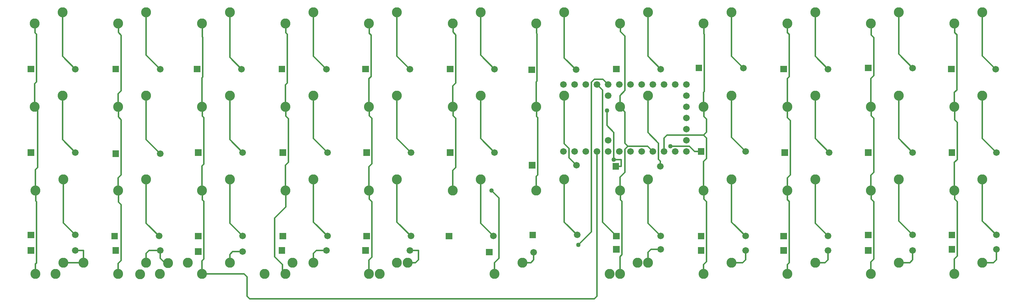
<source format=gbr>
G04 DipTrace 2.4.0.2*
%INBottom.gbr*%
%MOIN*%
%ADD14C,0.013*%
%ADD15C,0.089*%
%ADD16C,0.0591*%
%ADD17C,0.0591*%
%ADD18C,0.04*%
%FSLAX44Y44*%
G04*
G70*
G90*
G75*
G01*
%LNBottom*%
%LPD*%
X16425Y26047D2*
D14*
X15173Y27299D1*
Y31134D1*
X8847Y26047D2*
X7693Y27200D1*
Y31134D1*
X8847Y18566D2*
X7693Y19720D1*
Y23654D1*
X8847Y11184D2*
X7776Y12255D1*
Y16173D1*
Y8693D2*
X9563D1*
Y9806D1*
X8847D1*
X17126Y8661D2*
D3*
X16425Y9806D2*
X15433D1*
X15173Y9547D1*
Y8693D1*
X17126Y8661D2*
X16870D1*
X16425Y9106D1*
Y9806D1*
X16327Y11086D2*
X15173Y12240D1*
Y16173D1*
X16425Y18468D2*
X15173Y19720D1*
Y23654D1*
X23807Y18566D2*
X22654Y19720D1*
Y23654D1*
X23709Y26047D2*
X22654Y27102D1*
Y31134D1*
X23807Y11086D2*
X22654Y12240D1*
Y16173D1*
Y8693D2*
Y9448D1*
X22913Y9708D1*
X23807D1*
X30134Y8693D2*
Y9547D1*
X30394Y9806D1*
X31288D1*
X31386Y11086D2*
X30134Y12338D1*
Y16173D1*
X31386Y18566D2*
X30134Y19818D1*
Y23654D1*
X31288Y26047D2*
X30134Y27200D1*
Y31134D1*
X38768Y26047D2*
X37614Y27200D1*
Y31134D1*
X38866Y18566D2*
X37614Y19818D1*
Y23654D1*
X38866Y11086D2*
X37614Y12338D1*
Y16173D1*
X38549Y8693D2*
X39258D1*
X39518Y8953D1*
Y9806D1*
X38768D1*
X46347Y26047D2*
X45094Y27299D1*
Y31134D1*
X46347Y18566D2*
X45094Y19818D1*
Y23654D1*
X46248Y11086D2*
X45094Y12240D1*
Y16173D1*
X49843Y9646D2*
Y8953D1*
X49583Y8693D1*
X48835D1*
X53729Y11184D2*
X52575Y12338D1*
Y16173D1*
X53632Y25984D2*
X52575Y27041D1*
Y31134D1*
X53681Y17421D2*
X53000Y18102D1*
Y18929D1*
X52575Y19354D1*
Y23654D1*
X61209Y26047D2*
X60055Y27200D1*
Y31134D1*
X61161Y17323D2*
Y17813D1*
X61000Y17974D1*
Y19409D1*
X60055Y20354D1*
Y23654D1*
X61209Y11086D2*
X60055Y12240D1*
Y16173D1*
Y8693D2*
Y9645D1*
X60315Y9905D1*
X61209D1*
X68788Y9806D2*
Y8953D1*
X68528Y8693D1*
X67535D1*
X68788Y11086D2*
X67535Y12338D1*
Y16173D1*
X68788Y18665D2*
X67535Y19917D1*
Y23654D1*
X68591Y26145D2*
X67535Y27200D1*
Y31134D1*
X76170Y26047D2*
X75016Y27200D1*
Y31134D1*
X76268Y18566D2*
X75016Y19818D1*
Y23654D1*
X76170Y11086D2*
X75016Y12240D1*
Y16173D1*
X76170Y9806D2*
Y8953D1*
X75910Y8693D1*
X75016D1*
X83748Y9806D2*
Y8953D1*
X83488Y8693D1*
X82496D1*
X83748Y11184D2*
X82496Y12437D1*
Y16173D1*
X83748Y18566D2*
X82496Y19818D1*
Y23654D1*
X83748Y26145D2*
X82496Y27397D1*
Y31134D1*
X91170Y26047D2*
X89976Y27240D1*
Y31134D1*
X91229Y18566D2*
X89976Y19818D1*
Y23654D1*
X91229Y11184D2*
X89976Y12437D1*
Y16173D1*
X91229Y9905D2*
Y8953D1*
X90969Y8693D1*
X89976D1*
X64811Y18665D2*
X64239D1*
X63761Y19142D1*
X62068D1*
X56395Y22318D2*
Y20983D1*
X57000Y20378D1*
Y17948D1*
X57675D1*
Y17323D1*
X57185D1*
X57233Y11086D2*
X56000Y12318D1*
Y24161D1*
X55510Y24652D1*
X53844Y10300D2*
X55000Y11456D1*
Y24882D1*
X55260Y25142D1*
X56020D1*
X56510Y24652D1*
X5193Y30134D2*
D3*
X5276Y15173D2*
X5305Y15143D1*
Y14221D1*
X5361Y14166D1*
Y8677D1*
X5276Y8592D1*
Y7693D1*
Y15173D2*
D3*
X5193Y22654D2*
X5462Y22385D1*
Y17234D1*
X5276Y17048D1*
Y15173D1*
X5193Y22654D2*
D3*
Y30134D2*
X5223Y30104D1*
Y29303D1*
X5361Y29165D1*
Y24889D1*
X5193Y24721D1*
Y22654D1*
X12673Y30134D2*
D3*
Y15173D2*
X12703Y15143D1*
Y14146D1*
X12939Y13910D1*
Y8892D1*
X12673Y8626D1*
Y7693D1*
Y15173D2*
D3*
Y22654D2*
X12703Y22624D1*
Y21752D1*
X12939Y21516D1*
Y16561D1*
X12673Y16295D1*
Y15173D1*
Y22654D2*
D3*
Y30134D2*
X12703Y30104D1*
Y29319D1*
X12939Y29082D1*
Y24102D1*
X12673Y23836D1*
Y22654D1*
X20154Y30134D2*
D3*
Y7693D2*
X23924D1*
X24183Y7433D1*
Y5713D1*
X24443Y5453D1*
X55250D1*
X55510Y5713D1*
Y18652D1*
X20154Y15173D2*
X20183Y15143D1*
Y14342D1*
X20321Y14205D1*
Y9042D1*
X20154Y8874D1*
Y7693D1*
Y15173D2*
D3*
Y22654D2*
X20183Y22624D1*
Y21823D1*
X20321Y21685D1*
Y17548D1*
X20154Y17380D1*
Y15173D1*
Y22654D2*
D3*
Y30134D2*
X20183Y30104D1*
Y28927D1*
X20223Y28887D1*
Y25331D1*
X20154Y25262D1*
Y22654D1*
X27634Y30134D2*
D3*
Y7693D2*
D3*
Y15173D2*
X27664Y15143D1*
Y13691D1*
X26669Y12696D1*
Y9239D1*
X27365Y8543D1*
Y7962D1*
X27634Y7693D1*
Y15173D2*
D3*
Y22654D2*
X27664Y22624D1*
Y21831D1*
X27900Y21595D1*
Y17693D1*
X27634Y17427D1*
Y15173D1*
Y22654D2*
D3*
Y30134D2*
X27664Y30104D1*
Y29303D1*
X27801Y29165D1*
Y24815D1*
X27634Y24647D1*
Y22654D1*
X35114Y30134D2*
D3*
Y15173D2*
X35144Y15143D1*
Y14392D1*
X35380Y14155D1*
Y9189D1*
X35114Y8923D1*
Y7693D1*
Y15173D2*
D3*
Y22654D2*
X35144Y22624D1*
Y21872D1*
X35380Y21636D1*
Y17554D1*
X35114Y17288D1*
Y15173D1*
Y22654D2*
D3*
Y30134D2*
X35144Y30104D1*
Y29238D1*
X35282Y29100D1*
Y25380D1*
X35114Y25213D1*
Y22654D1*
X46076Y15173D2*
X46738Y14511D1*
Y9098D1*
X46335Y8694D1*
Y7693D1*
X42594Y30134D2*
D3*
Y22654D2*
X42624Y22624D1*
Y21872D1*
X42861Y21636D1*
Y17222D1*
X42594Y16956D1*
Y15173D1*
Y22654D2*
D3*
Y30134D2*
X42624Y30104D1*
Y29352D1*
X42861Y29116D1*
Y24790D1*
X42594Y24524D1*
Y22654D1*
X50075Y15173D2*
Y16433D1*
X50195Y16553D1*
Y21709D1*
X50105Y21799D1*
Y22624D1*
X50075Y22654D1*
Y30134D2*
D3*
Y22654D2*
Y24905D1*
X50146Y24975D1*
Y29214D1*
X50105Y29255D1*
Y30104D1*
X50075Y30134D1*
Y22654D2*
D3*
X57555Y7693D2*
Y9249D1*
X57723Y9417D1*
Y14205D1*
X57585Y14342D1*
Y15143D1*
X57555Y15173D1*
Y16350D1*
X58000Y16795D1*
Y18882D1*
X58260Y19142D1*
X58000Y19402D1*
Y22209D1*
X57555Y22654D1*
Y30134D2*
D3*
Y22654D2*
Y23679D1*
X58000Y24124D1*
Y28987D1*
X57585Y29402D1*
Y30104D1*
X57555Y30134D1*
X58260Y19142D2*
X60020D1*
X60510Y18652D1*
X57555Y15173D2*
D3*
X65035Y30134D2*
D3*
Y7693D2*
Y8530D1*
X65301Y8796D1*
Y14155D1*
X65065Y14392D1*
Y15143D1*
X65035Y15173D1*
Y22654D2*
X65065Y22624D1*
Y21813D1*
X65301Y21576D1*
Y20402D1*
X65042Y20142D1*
X61770D1*
X61510Y19882D1*
Y18652D1*
X65035Y22654D2*
D3*
Y30134D2*
X65065Y30104D1*
Y29210D1*
X65105Y29170D1*
Y24027D1*
X65035Y23958D1*
Y22654D1*
Y15173D2*
Y17782D1*
X65301Y18048D1*
Y19882D1*
X65042Y20142D1*
X65035Y15173D2*
D3*
X72516Y30134D2*
D3*
Y15173D2*
X72546Y15143D1*
Y14342D1*
X72683Y14204D1*
Y8689D1*
X72516Y8522D1*
Y7693D1*
Y15173D2*
D3*
Y22654D2*
X72546Y22624D1*
Y21684D1*
X72782Y21448D1*
Y16579D1*
X72516Y16313D1*
Y15173D1*
Y22654D2*
D3*
Y30134D2*
X72546Y30104D1*
Y29303D1*
X72683Y29165D1*
Y25380D1*
X72516Y25213D1*
Y22654D1*
X79996Y30134D2*
D3*
Y15173D2*
X80026Y15143D1*
Y14392D1*
X80262Y14155D1*
Y9047D1*
X79996Y8781D1*
Y7693D1*
Y15173D2*
D3*
Y22654D2*
X80026Y22624D1*
Y21872D1*
X80262Y21636D1*
Y16793D1*
X79996Y16527D1*
Y15173D1*
Y22654D2*
D3*
Y30134D2*
X80026Y30104D1*
Y29115D1*
X80262Y28879D1*
Y25464D1*
X79996Y25198D1*
Y22654D1*
X87476Y30134D2*
D3*
Y15173D2*
X87506Y15143D1*
Y14392D1*
X87742Y14155D1*
Y9288D1*
X87476Y9022D1*
Y7693D1*
Y15173D2*
D3*
Y22654D2*
X87506Y22624D1*
Y21516D1*
X87742Y21279D1*
Y17949D1*
X87476Y17683D1*
Y15173D1*
Y22654D2*
D3*
Y30134D2*
X87506Y30104D1*
Y29300D1*
X87683Y29123D1*
Y24181D1*
X87476Y23974D1*
Y22654D1*
D18*
X62068Y19142D3*
X56395Y22318D3*
X57000Y17948D3*
X53844Y10300D3*
X46076Y15173D3*
D15*
X7693Y31134D3*
X5193Y30134D3*
X15173Y31134D3*
X12673Y30134D3*
X22654Y31134D3*
X20154Y30134D3*
X30134Y31134D3*
X27634Y30134D3*
X37614Y31134D3*
X35114Y30134D3*
X45094Y31134D3*
X42594Y30134D3*
X52575Y31134D3*
X50075Y30134D3*
X60055Y31134D3*
X57555Y30134D3*
X67535Y31134D3*
X65035Y30134D3*
X75016Y31134D3*
X72516Y30134D3*
X82496Y31134D3*
X79996Y30134D3*
X89976Y31134D3*
X87476Y30134D3*
X7693Y23654D3*
X5193Y22654D3*
X15173Y23654D3*
X12673Y22654D3*
X22654Y23654D3*
X20154Y22654D3*
X30134Y23654D3*
X27634Y22654D3*
X37614Y23654D3*
X35114Y22654D3*
X45094Y23654D3*
X42594Y22654D3*
X52575Y23654D3*
X50075Y22654D3*
X60055Y23654D3*
X57555Y22654D3*
X67535Y23654D3*
X65035Y22654D3*
X75016Y23654D3*
X72516Y22654D3*
X82496Y23654D3*
X79996Y22654D3*
X89976Y23654D3*
X87476Y22654D3*
X7776Y16173D3*
X5276Y15173D3*
X15173Y16173D3*
X12673Y15173D3*
X22654Y16173D3*
X20154Y15173D3*
X30134Y16173D3*
X27634Y15173D3*
X37614Y16173D3*
X35114Y15173D3*
X45094Y16173D3*
X42594Y15173D3*
X52575Y16173D3*
X50075Y15173D3*
X60055Y16173D3*
X57555Y15173D3*
X67535Y16173D3*
X65035Y15173D3*
X75016Y16173D3*
X72516Y15173D3*
X82496Y16173D3*
X79996Y15173D3*
X89976Y16173D3*
X87476Y15173D3*
X7776Y8693D3*
X5276Y7693D3*
X15173Y8693D3*
X12673Y7693D3*
X22654Y8693D3*
X20154Y7693D3*
X30134Y8693D3*
X27634Y7693D3*
X37614Y8693D3*
X35114Y7693D3*
D16*
X52510Y18652D3*
X53510D3*
X54510D3*
X55510D3*
X56510D3*
X57510D3*
X58510D3*
X59510D3*
X60510D3*
X61510D3*
X62510D3*
X63510D3*
Y19652D3*
Y20652D3*
Y21652D3*
Y22652D3*
Y23652D3*
Y24652D3*
X62510D3*
X61510D3*
X60510D3*
X59510D3*
X58510D3*
X57510D3*
X56510D3*
X55510D3*
X54510D3*
X53510D3*
X52510D3*
X56510Y19652D3*
Y23652D3*
D15*
X48835Y8693D3*
X46335Y7693D3*
X60055Y8693D3*
X57555Y7693D3*
X67535Y8693D3*
X65035Y7693D3*
X75016Y8693D3*
X72516Y7693D3*
X82496Y8693D3*
X79996Y7693D3*
X89976Y8693D3*
X87476Y7693D3*
G36*
X86898Y26342D2*
X87488D1*
Y25751D1*
X86898D1*
Y26342D1*
G37*
D17*
X91170Y26047D3*
G36*
X80067Y25850D2*
X79477D1*
Y26440D1*
X80067D1*
Y25850D1*
G37*
D17*
X83748Y26145D3*
G36*
X72488Y25751D2*
X71898D1*
Y26342D1*
X72488D1*
Y25751D1*
G37*
D17*
X76170Y26047D3*
G36*
X64910Y25850D2*
X64319D1*
Y26440D1*
X64910D1*
Y25850D1*
G37*
D17*
X68591Y26145D3*
G36*
X57528Y25751D2*
X56937D1*
Y26342D1*
X57528D1*
Y25751D1*
G37*
D17*
X61209Y26047D3*
G36*
X49951Y25689D2*
X49360D1*
Y26280D1*
X49951D1*
Y25689D1*
G37*
D17*
X53632Y25984D3*
G36*
X42666Y25751D2*
X42075D1*
Y26342D1*
X42666D1*
Y25751D1*
G37*
D17*
X46347Y26047D3*
G36*
X35087Y25751D2*
X34496D1*
Y26342D1*
X35087D1*
Y25751D1*
G37*
D17*
X38768Y26047D3*
G36*
X27607Y25751D2*
X27016D1*
Y26342D1*
X27607D1*
Y25751D1*
G37*
D17*
X31288Y26047D3*
G36*
X20028Y25751D2*
X19437D1*
Y26342D1*
X20028D1*
Y25751D1*
G37*
D17*
X23709Y26047D3*
G36*
X12744Y25751D2*
X12154D1*
Y26342D1*
X12744D1*
Y25751D1*
G37*
D17*
X16425Y26047D3*
G36*
X5166Y25751D2*
X4575D1*
Y26342D1*
X5166D1*
Y25751D1*
G37*
D17*
X8847Y26047D3*
G36*
X5166Y18271D2*
X4575D1*
Y18862D1*
X5166D1*
Y18271D1*
G37*
D17*
X8847Y18566D3*
G36*
X12744Y18173D2*
X12154D1*
Y18763D1*
X12744D1*
Y18173D1*
G37*
D17*
X16425Y18468D3*
G36*
X20126Y18271D2*
X19536D1*
Y18862D1*
X20126D1*
Y18271D1*
G37*
D17*
X23807Y18566D3*
G36*
X27705Y18271D2*
X27114D1*
Y18862D1*
X27705D1*
Y18271D1*
G37*
D17*
X31386Y18566D3*
G36*
X35185Y18271D2*
X34595D1*
Y18862D1*
X35185D1*
Y18271D1*
G37*
D17*
X38866Y18566D3*
G36*
X42666Y18271D2*
X42075D1*
Y18862D1*
X42666D1*
Y18271D1*
G37*
D17*
X46347Y18566D3*
G36*
X50048Y10889D2*
X49457D1*
Y11480D1*
X50048D1*
Y10889D1*
G37*
D17*
X53729Y11184D3*
G36*
X57480Y17028D2*
X56890D1*
Y17618D1*
X57480D1*
Y17028D1*
G37*
D17*
X61161Y17323D3*
G36*
X65107Y18369D2*
X64516D1*
Y18960D1*
X65107D1*
Y18369D1*
G37*
D17*
X68788Y18665D3*
G36*
X72587Y18271D2*
X71996D1*
Y18862D1*
X72587D1*
Y18271D1*
G37*
D17*
X76268Y18566D3*
G36*
X80067Y18271D2*
X79477D1*
Y18862D1*
X80067D1*
Y18271D1*
G37*
D17*
X83748Y18566D3*
G36*
X87548Y18271D2*
X86957D1*
Y18862D1*
X87548D1*
Y18271D1*
G37*
D17*
X91229Y18566D3*
G36*
X87548Y10889D2*
X86957D1*
Y11480D1*
X87548D1*
Y10889D1*
G37*
D17*
X91229Y11184D3*
G36*
X80067Y10889D2*
X79477D1*
Y11480D1*
X80067D1*
Y10889D1*
G37*
D17*
X83748Y11184D3*
G36*
X72488Y10791D2*
X71898D1*
Y11381D1*
X72488D1*
Y10791D1*
G37*
D17*
X76170Y11086D3*
G36*
X65107Y10791D2*
X64516D1*
Y11381D1*
X65107D1*
Y10791D1*
G37*
D17*
X68788Y11086D3*
G36*
X57528Y10791D2*
X56937D1*
Y11381D1*
X57528D1*
Y10791D1*
G37*
D17*
X61209Y11086D3*
G36*
X50000Y17126D2*
X49409D1*
Y17717D1*
X50000D1*
Y17126D1*
G37*
D17*
X53681Y17421D3*
G36*
X42567Y10791D2*
X41977D1*
Y11381D1*
X42567D1*
Y10791D1*
G37*
D17*
X46248Y11086D3*
G36*
X35185Y10791D2*
X34595D1*
Y11381D1*
X35185D1*
Y10791D1*
G37*
D17*
X38866Y11086D3*
G36*
X27705Y10791D2*
X27114D1*
Y11381D1*
X27705D1*
Y10791D1*
G37*
D17*
X31386Y11086D3*
G36*
X20126Y10791D2*
X19536D1*
Y11381D1*
X20126D1*
Y10791D1*
G37*
D17*
X23807Y11086D3*
G36*
X12646Y10791D2*
X12055D1*
Y11381D1*
X12646D1*
Y10791D1*
G37*
D17*
X16327Y11086D3*
G36*
X5166Y10889D2*
X4575D1*
Y11480D1*
X5166D1*
Y10889D1*
G37*
D17*
X8847Y11184D3*
G36*
X87548Y9610D2*
X86957D1*
Y10200D1*
X87548D1*
Y9610D1*
G37*
D17*
X91229Y9905D3*
G36*
X80067Y9511D2*
X79477D1*
Y10102D1*
X80067D1*
Y9511D1*
G37*
D17*
X83748Y9806D3*
G36*
X72488Y9511D2*
X71898D1*
Y10102D1*
X72488D1*
Y9511D1*
G37*
D17*
X76170Y9806D3*
G36*
X65107Y9511D2*
X64516D1*
Y10102D1*
X65107D1*
Y9511D1*
G37*
D17*
X68788Y9806D3*
G36*
X57528Y9610D2*
X56937D1*
Y10200D1*
X57528D1*
Y9610D1*
G37*
D17*
X61209Y9905D3*
G36*
X46161Y9350D2*
X45571D1*
Y9941D1*
X46161D1*
Y9350D1*
G37*
D17*
X49843Y9646D3*
G36*
X35087Y9511D2*
X34496D1*
Y10102D1*
X35087D1*
Y9511D1*
G37*
D17*
X38768Y9806D3*
G36*
X27607Y9511D2*
X27016D1*
Y10102D1*
X27607D1*
Y9511D1*
G37*
D17*
X31288Y9806D3*
G36*
X20126Y9413D2*
X19536D1*
Y10003D1*
X20126D1*
Y9413D1*
G37*
D17*
X23807Y9708D3*
G36*
X12744Y9511D2*
X12154D1*
Y10102D1*
X12744D1*
Y9511D1*
G37*
D17*
X16425Y9806D3*
G36*
X5166Y9511D2*
X4575D1*
Y10102D1*
X5166D1*
Y9511D1*
G37*
D17*
X8847Y9806D3*
D15*
X38549Y8693D3*
X36049Y7693D3*
X59120Y8693D3*
X56620Y7693D3*
X28264Y8693D3*
X25764Y7693D3*
X18913Y8693D3*
X16413Y7693D3*
X9563Y8693D3*
X7063Y7693D3*
X17126Y8661D3*
X14626Y7661D3*
M02*

</source>
